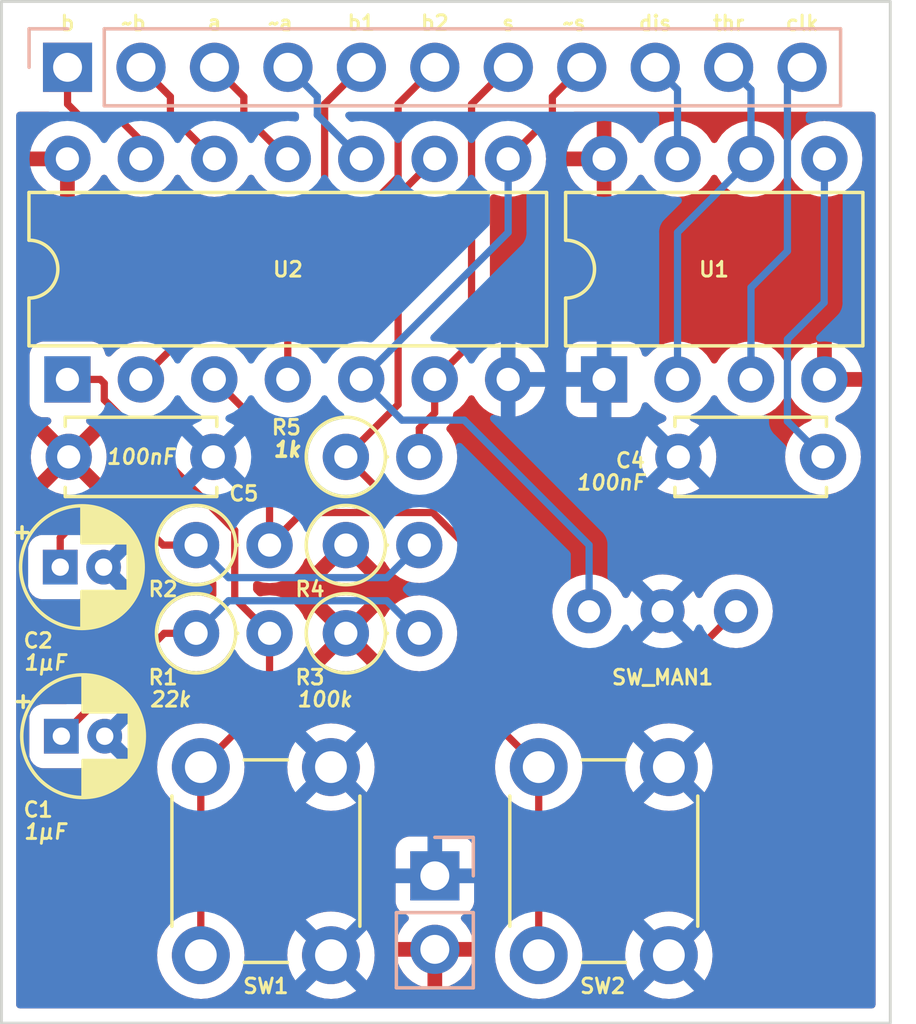
<source format=kicad_pcb>
(kicad_pcb (version 20211014) (generator pcbnew)
  (layers (0 "F.Cu" signal) (31 "B.Cu" signal) (34 "B.Paste" user) (35 "F.Paste" user) (36 "B.SilkS" user "B.Silkscreen") (37 "F.SilkS" user "F.Silkscreen") (38 "B.Mask" user) (39 "F.Mask" user) (44 "Edge.Cuts" user))
  (net 0 "")
  (net 1 "GND")
  (net 2 "VCC")
  (net 3 "/clk")
  (net 4 "/dis")
  (net 5 "Net-(C1-Pad1)")
  (net 6 "Net-(C2-Pad1)")
  (net 7 "Net-(R2-Pad2)")
  (net 8 "Net-(C4-Pad1)")
  (net 9 "Net-(R5-Pad1)")
  (net 10 "/b1")
  (net 11 "/b2")
  (net 12 "/sw")
  (net 13 "/~{sw}")
  (net 14 "Net-(R1-Pad2)")
  (net 15 "/thr")
  (net 16 "/~{a}")
  (net 17 "/a")
  (net 18 "/~{b}")
  (net 19 "/b")
  (footprint "Capacitor_THT:CP_Radial_D4.0mm_P1.50mm" (layer "F.Cu") (at 68.326 62.992)
    (fp_text reference "C2" (at -0.762 2.54) (layer "F.SilkS") (effects (font (size 0.508 0.508) (thickness 0.1016))))
    (fp_text value "1µF" (at -0.508 3.302) (layer "F.SilkS") (effects (font (size 0.508 0.508) (thickness 0.1016) italic)))
    (fp_line (start 0.75 0.84) (end 0.75 2.08) (layer "F.SilkS") (width 0.12))
    (fp_line (start 1.911 -1.735) (end 1.911 -0.84) (layer "F.SilkS") (width 0.12))
    (fp_line (start 2.391 -1.304) (end 2.391 1.304) (layer "F.SilkS") (width 0.12))
    (fp_line (start 0.99 0.84) (end 0.99 2.067) (layer "F.SilkS") (width 0.12))
    (fp_line (start 2.111 0.84) (end 2.111 1.587) (layer "F.SilkS") (width 0.12))
    (fp_line (start 1.07 -2.056) (end 1.07 -0.84) (layer "F.SilkS") (width 0.12))
    (fp_line (start 1.951 -1.708) (end 1.951 -0.84) (layer "F.SilkS") (width 0.12))
    (fp_line (start 1.35 0.84) (end 1.35 1.994) (layer "F.SilkS") (width 0.12))
    (fp_line (start 1.991 0.84) (end 1.991 1.68) (layer "F.SilkS") (width 0.12))
    (fp_line (start 0.95 0.84) (end 0.95 2.071) (layer "F.SilkS") (width 0.12))
    (fp_line (start 1.751 0.84) (end 1.751 1.83) (layer "F.SilkS") (width 0.12))
    (fp_line (start 1.991 -1.68) (end 1.991 -0.84) (layer "F.SilkS") (width 0.12))
    (fp_line (start 1.911 0.84) (end 1.911 1.735) (layer "F.SilkS") (width 0.12))
    (fp_line (start 0.75 -2.08) (end 0.75 -0.84) (layer "F.SilkS") (width 0.12))
    (fp_line (start 1.39 -1.982) (end 1.39 -0.84) (layer "F.SilkS") (width 0.12))
    (fp_line (start 2.791 -0.537) (end 2.791 0.537) (layer "F.SilkS") (width 0.12))
    (fp_line (start 0.87 0.84) (end 0.87 2.077) (layer "F.SilkS") (width 0.12))
    (fp_line (start 2.711 -0.768) (end 2.711 0.768) (layer "F.SilkS") (width 0.12))
    (fp_line (start 2.831 -0.37) (end 2.831 0.37) (layer "F.SilkS") (width 0.12))
    (fp_line (start 1.671 0.84) (end 1.671 1.87) (layer "F.SilkS") (width 0.12))
    (fp_line (start 2.231 -1.478) (end 2.231 -0.84) (layer "F.SilkS") (width 0.12))
    (fp_line (start 1.951 0.84) (end 1.951 1.708) (layer "F.SilkS") (width 0.12))
    (fp_line (start 0.83 0.84) (end 0.83 2.079) (layer "F.SilkS") (width 0.12))
    (fp_line (start 1.39 0.84) (end 1.39 1.982) (layer "F.SilkS") (width 0.12))
    (fp_line (start 2.431 -1.254) (end 2.431 1.254) (layer "F.SilkS") (width 0.12))
    (fp_line (start 2.071 0.84) (end 2.071 1.619) (layer "F.SilkS") (width 0.12))
    (fp_line (start 0.95 -2.071) (end 0.95 -0.84) (layer "F.SilkS") (width 0.12))
    (fp_line (start 1.43 0.84) (end 1.43 1.968) (layer "F.SilkS") (width 0.12))
    (fp_line (start 1.03 0.84) (end 1.03 2.062) (layer "F.SilkS") (width 0.12))
    (fp_line (start 2.351 -1.351) (end 2.351 1.351) (layer "F.SilkS") (width 0.12))
    (fp_line (start 1.19 0.84) (end 1.19 2.034) (layer "F.SilkS") (width 0.12))
    (fp_line (start 1.35 -1.994) (end 1.35 -0.84) (layer "F.SilkS") (width 0.12))
    (fp_line (start 1.03 -2.062) (end 1.03 -0.84) (layer "F.SilkS") (width 0.12))
    (fp_line (start 1.711 0.84) (end 1.711 1.851) (layer "F.SilkS") (width 0.12))
    (fp_line (start 2.471 -1.2) (end 2.471 1.2) (layer "F.SilkS") (width 0.12))
    (fp_line (start 2.551 -1.08) (end 2.551 1.08) (layer "F.SilkS") (width 0.12))
    (fp_line (start 2.751 -0.664) (end 2.751 0.664) (layer "F.SilkS") (width 0.12))
    (fp_line (start 1.43 -1.968) (end 1.43 -0.84) (layer "F.SilkS") (width 0.12))
    (fp_line (start 2.111 -1.587) (end 2.111 -0.84) (layer "F.SilkS") (width 0.12))
    (fp_line (start 2.591 -1.013) (end 2.591 1.013) (layer "F.SilkS") (width 0.12))
    (fp_line (start 2.311 -1.396) (end 2.311 -0.84) (layer "F.SilkS") (width 0.12))
    (fp_line (start 0.99 -2.067) (end 0.99 -0.84) (layer "F.SilkS") (width 0.12))
    (fp_line (start 2.231 0.84) (end 2.231 1.478) (layer "F.SilkS") (width 0.12))
    (fp_line (start 0.79 0.84) (end 0.79 2.08) (layer "F.SilkS") (width 0.12))
    (fp_line (start 2.271 -1.438) (end 2.271 -0.84) (layer "F.SilkS") (width 0.12))
    (fp_line (start 2.671 -0.859) (end 2.671 0.859) (layer "F.SilkS") (width 0.12))
    (fp_line (start 1.15 -2.042) (end 1.15 -0.84) (layer "F.SilkS") (width 0.12))
    (fp_line (start 1.751 -1.83) (end 1.751 -0.84) (layer "F.SilkS") (width 0.12))
    (fp_line (start 2.271 0.84) (end 2.271 1.438) (layer "F.SilkS") (width 0.12))
    (fp_line (start 1.471 -1.954) (end 1.471 -0.84) (layer "F.SilkS") (width 0.12))
    (fp_line (start 2.151 -1.552) (end 2.151 -0.84) (layer "F.SilkS") (width 0.12))
    (fp_line (start 2.151 0.84) (end 2.151 1.552) (layer "F.SilkS") (width 0.12))
    (fp_line (start 1.31 0.84) (end 1.31 2.005) (layer "F.SilkS") (width 0.12))
    (fp_line (start 2.191 -1.516) (end 2.191 -0.84) (layer "F.SilkS") (width 0.12))
    (fp_line (start 1.11 0.84) (end 1.11 2.05) (layer "F.SilkS") (width 0.12))
    (fp_line (start 1.791 0.84) (end 1.791 1.808) (layer "F.SilkS") (width 0.12))
    (fp_line (start 1.711 -1.851) (end 1.711 -0.84) (layer "F.SilkS") (width 0.12))
    (fp_line (start 0.79 -2.08) (end 0.79 -0.84) (layer "F.SilkS") (width 0.12))
    (fp_line (start 1.671 -1.87) (end 1.671 -0.84) (layer "F.SilkS") (width 0.12))
    (fp_line (start 0.83 -2.079) (end 0.83 -0.84) (layer "F.SilkS") (width 0.12))
    (fp_line (start 1.831 0.84) (end 1.831 1.785) (layer "F.SilkS") (width 0.12))
    (fp_line (start 1.07 0.84) (end 1.07 2.056) (layer "F.SilkS") (width 0.12))
    (fp_line (start -1.319801 -1.395) (end -1.319801 -0.995) (layer "F.SilkS") (width 0.12))
    (fp_line (start 2.511 -1.142) (end 2.511 1.142) (layer "F.SilkS") (width 0.12))
    (fp_line (start 1.23 0.84) (end 1.23 2.025) (layer "F.SilkS") (width 0.12))
    (fp_line (start 1.831 -1.785) (end 1.831 -0.84) (layer "F.SilkS") (width 0.12))
    (fp_line (start 2.311 0.84) (end 2.311 1.396) (layer "F.SilkS") (width 0.12))
    (fp_line (start 1.871 -1.76) (end 1.871 -0.84) (layer "F.SilkS") (width 0.12))
    (fp_line (start 1.31 -2.005) (end 1.31 -0.84) (layer "F.SilkS") (width 0.12))
    (fp_line (start 1.471 0.84) (end 1.471 1.954) (layer "F.SilkS") (width 0.12))
    (fp_line (start 0.91 0.84) (end 0.91 2.074) (layer "F.SilkS") (width 0.12))
    (fp_line (start 2.071 -1.619) (end 2.071 -0.84) (layer "F.SilkS") (width 0.12))
    (fp_line (start 1.551 0.84) (end 1.551 1.924) (layer "F.SilkS") (width 0.12))
    (fp_line (start 1.11 -2.05) (end 1.11 -0.84) (layer "F.SilkS") (width 0.12))
    (fp_line (start 1.23 -2.025) (end 1.23 -0.84) (layer "F.SilkS") (width 0.12))
    (fp_line (start 0.87 -2.077) (end 0.87 -0.84) (layer "F.SilkS") (width 0.12))
    (fp_line (start 1.591 0.84) (end 1.591 1.907) (layer "F.SilkS") (width 0.12))
    (fp_line (start 2.631 -0.94) (end 2.631 0.94) (layer "F.SilkS") (width 0.12))
    (fp_line (start 1.27 0.84) (end 1.27 2.016) (layer "F.SilkS") (width 0.12))
    (fp_line (start 1.871 0.84) (end 1.871 1.76) (layer "F.SilkS") (width 0.12))
    (fp_line (start 1.551 -1.924) (end 1.551 -0.84) (layer "F.SilkS") (width 0.12))
    (fp_line (start 2.031 0.84) (end 2.031 1.65) (layer "F.SilkS") (width 0.12))
    (fp_line (start -1.519801 -1.195) (end -1.119801 -1.195) (layer "F.SilkS") (width 0.12))
    (fp_line (start 1.591 -1.907) (end 1.591 -0.84) (layer "F.SilkS") (width 0.12))
    (fp_line (start 1.27 -2.016) (end 1.27 -0.84) (layer "F.SilkS") (width 0.12))
    (fp_line (start 1.19 -2.034) (end 1.19 -0.84) (layer "F.SilkS") (width 0.12))
    (fp_line (start 1.791 -1.808) (end 1.791 -0.84) (layer "F.SilkS") (width 0.12))
    (fp_line (start 2.031 -1.65) (end 2.031 -0.84) (layer "F.SilkS") (width 0.12))
    (fp_line (start 1.15 0.84) (end 1.15 2.042) (layer "F.SilkS") (width 0.12))
    (fp_line (start 1.511 -1.94) (end 1.511 -0.84) (layer "F.SilkS") (width 0.12))
    (fp_line (start 1.511 0.84) (end 1.511 1.94) (layer "F.SilkS") (width 0.12))
    (fp_line (start 0.91 -2.074) (end 0.91 -0.84) (layer "F.SilkS") (width 0.12))
    (fp_line (start 1.631 0.84) (end 1.631 1.889) (layer "F.SilkS") (width 0.12))
    (fp_line (start 2.191 0.84) (end 2.191 1.516) (layer "F.SilkS") (width 0.12))
    (fp_line (start 1.631 -1.889) (end 1.631 -0.84) (layer "F.SilkS") (width 0.12))
    (fp_circle (center 0.75 0) (end 2.87 0) (layer "F.SilkS") (width 0.12) (fill none))
    (pad "1" thru_hole rect (at 0 0) (size 1.2 1.2) (drill 0.6) (layers *.Cu *.Mask) (net 6 "Net-(C2-Pad1)"))
    (pad "2" thru_hole circle (at 1.5 0) (size 1.2 1.2) (drill 0.6) (layers *.Cu *.Mask) (net 1 "GND"))
  )
  (footprint "Capacitor_THT:C_Disc_D5.0mm_W2.5mm_P5.00mm" (layer "F.Cu") (at 68.62 59.182)
    (fp_text reference "C5" (at 6.056 1.27) (layer "F.SilkS") (effects (font (size 0.508 0.508) (thickness 0.1016))))
    (fp_text value "100nF" (at 2.5 0) (layer "F.SilkS") (effects (font (size 0.508 0.508) (thickness 0.1016) italic)))
    (fp_line (start -0.12 1.055) (end -0.12 1.37) (layer "F.SilkS") (width 0.12))
    (fp_line (start 5.12 -1.37) (end 5.12 -1.055) (layer "F.SilkS") (width 0.12))
    (fp_line (start -0.12 -1.37) (end -0.12 -1.055) (layer "F.SilkS") (width 0.12))
    (fp_line (start -0.12 -1.37) (end 5.12 -1.37) (layer "F.SilkS") (width 0.12))
    (fp_line (start 5.12 1.055) (end 5.12 1.37) (layer "F.SilkS") (width 0.12))
    (fp_line (start -0.12 1.37) (end 5.12 1.37) (layer "F.SilkS") (width 0.12))
    (pad "1" thru_hole circle (at 0 0) (size 1.6 1.6) (drill 0.8) (layers *.Cu *.Mask) (net 2 "VCC"))
    (pad "2" thru_hole circle (at 5 0) (size 1.6 1.6) (drill 0.8) (layers *.Cu *.Mask) (net 1 "GND"))
  )
  (footprint "Button_Switch_THT:SW_PUSH_6mm" (layer "F.Cu") (at 77.688 69.902 -90)
    (fp_text reference "SW1" (at 7.568 2.25) (layer "F.SilkS") (effects (font (size 0.508 0.508) (thickness 0.1016))))
    (fp_text value "SW_SPST")
    (fp_line (start -0.25 1.5) (end -0.25 3) (layer "F.SilkS") (width 0.12))
    (fp_line (start 1 5.5) (end 5.5 5.5) (layer "F.SilkS") (width 0.12))
    (fp_line (start 5.5 -1) (end 1 -1) (layer "F.SilkS") (width 0.12))
    (fp_line (start 6.75 3) (end 6.75 1.5) (layer "F.SilkS") (width 0.12))
    (pad "1" thru_hole circle (at 0 0) (size 2 2) (drill 1.1) (layers *.Cu *.Mask) (net 1 "GND"))
    (pad "1" thru_hole circle (at 6.5 0) (size 2 2) (drill 1.1) (layers *.Cu *.Mask) (net 1 "GND"))
    (pad "2" thru_hole circle (at 6.5 4.5) (size 2 2) (drill 1.1) (layers *.Cu *.Mask) (net 14 "Net-(R1-Pad2)"))
    (pad "2" thru_hole circle (at 0 4.5) (size 2 2) (drill 1.1) (layers *.Cu *.Mask) (net 14 "Net-(R1-Pad2)"))
  )
  (footprint "Capacitor_THT:CP_Radial_D4.0mm_P1.50mm" (layer "F.Cu") (at 68.365395 68.834)
    (fp_text reference "C1" (at -0.801395 2.54) (layer "F.SilkS") (effects (font (size 0.508 0.508) (thickness 0.1016))))
    (fp_text value "1µF" (at -0.547395 3.302) (layer "F.SilkS") (effects (font (size 0.508 0.508) (thickness 0.1016) italic)))
    (fp_line (start 2.631 -0.94) (end 2.631 0.94) (layer "F.SilkS") (width 0.12))
    (fp_line (start 0.75 0.84) (end 0.75 2.08) (layer "F.SilkS") (width 0.12))
    (fp_line (start 1.711 0.84) (end 1.711 1.851) (layer "F.SilkS") (width 0.12))
    (fp_line (start 1.871 -1.76) (end 1.871 -0.84) (layer "F.SilkS") (width 0.12))
    (fp_line (start 1.551 -1.924) (end 1.551 -0.84) (layer "F.SilkS") (width 0.12))
    (fp_line (start 1.551 0.84) (end 1.551 1.924) (layer "F.SilkS") (width 0.12))
    (fp_line (start 2.111 -1.587) (end 2.111 -0.84) (layer "F.SilkS") (width 0.12))
    (fp_line (start 1.471 0.84) (end 1.471 1.954) (layer "F.SilkS") (width 0.12))
    (fp_line (start 1.07 -2.056) (end 1.07 -0.84) (layer "F.SilkS") (width 0.12))
    (fp_line (start 1.751 -1.83) (end 1.751 -0.84) (layer "F.SilkS") (width 0.12))
    (fp_line (start 1.19 0.84) (end 1.19 2.034) (layer "F.SilkS") (width 0.12))
    (fp_line (start 1.23 -2.025) (end 1.23 -0.84) (layer "F.SilkS") (width 0.12))
    (fp_line (start 0.75 -2.08) (end 0.75 -0.84) (layer "F.SilkS") (width 0.12))
    (fp_line (start 1.911 0.84) (end 1.911 1.735) (layer "F.SilkS") (width 0.12))
    (fp_line (start 1.511 -1.94) (end 1.511 -0.84) (layer "F.SilkS") (width 0.12))
    (fp_line (start 2.511 -1.142) (end 2.511 1.142) (layer "F.SilkS") (width 0.12))
    (fp_line (start 1.07 0.84) (end 1.07 2.056) (layer "F.SilkS") (width 0.12))
    (fp_line (start 2.271 -1.438) (end 2.271 -0.84) (layer "F.SilkS") (width 0.12))
    (fp_line (start 1.871 0.84) (end 1.871 1.76) (layer "F.SilkS") (width 0.12))
    (fp_line (start 1.43 0.84) (end 1.43 1.968) (layer "F.SilkS") (width 0.12))
    (fp_line (start 2.831 -0.37) (end 2.831 0.37) (layer "F.SilkS") (width 0.12))
    (fp_line (start 1.27 0.84) (end 1.27 2.016) (layer "F.SilkS") (width 0.12))
    (fp_line (start 2.151 0.84) (end 2.151 1.552) (layer "F.SilkS") (width 0.12))
    (fp_line (start 0.79 -2.08) (end 0.79 -0.84) (layer "F.SilkS") (width 0.12))
    (fp_line (start 1.751 0.84) (end 1.751 1.83) (layer "F.SilkS") (width 0.12))
    (fp_line (start 1.991 0.84) (end 1.991 1.68) (layer "F.SilkS") (width 0.12))
    (fp_line (start 2.711 -0.768) (end 2.711 0.768) (layer "F.SilkS") (width 0.12))
    (fp_line (start 2.591 -1.013) (end 2.591 1.013) (layer "F.SilkS") (width 0.12))
    (fp_line (start 0.95 0.84) (end 0.95 2.071) (layer "F.SilkS") (width 0.12))
    (fp_line (start 1.831 -1.785) (end 1.831 -0.84) (layer "F.SilkS") (width 0.12))
    (fp_line (start 2.191 -1.516) (end 2.191 -0.84) (layer "F.SilkS") (width 0.12))
    (fp_line (start 2.271 0.84) (end 2.271 1.438) (layer "F.SilkS") (width 0.12))
    (fp_line (start 2.311 0.84) (end 2.311 1.396) (layer "F.SilkS") (width 0.12))
    (fp_line (start 1.711 -1.851) (end 1.711 -0.84) (layer "F.SilkS") (width 0.12))
    (fp_line (start 2.431 -1.254) (end 2.431 1.254) (layer "F.SilkS") (width 0.12))
    (fp_line (start 0.91 0.84) (end 0.91 2.074) (layer "F.SilkS") (width 0.12))
    (fp_line (start 0.91 -2.074) (end 0.91 -0.84) (layer "F.SilkS") (width 0.12))
    (fp_line (start 2.671 -0.859) (end 2.671 0.859) (layer "F.SilkS") (width 0.12))
    (fp_line (start 1.671 0.84) (end 1.671 1.87) (layer "F.SilkS") (width 0.12))
    (fp_line (start 1.951 0.84) (end 1.951 1.708) (layer "F.SilkS") (width 0.12))
    (fp_line (start 0.79 0.84) (end 0.79 2.08) (layer "F.SilkS") (width 0.12))
    (fp_line (start 1.39 0.84) (end 1.39 1.982) (layer "F.SilkS") (width 0.12))
    (fp_line (start 1.35 -1.994) (end 1.35 -0.84) (layer "F.SilkS") (width 0.12))
    (fp_line (start 0.99 -2.067) (end 0.99 -0.84) (layer "F.SilkS") (width 0.12))
    (fp_line (start 1.03 -2.062) (end 1.03 -0.84) (layer "F.SilkS") (width 0.12))
    (fp_line (start 2.751 -0.664) (end 2.751 0.664) (layer "F.SilkS") (width 0.12))
    (fp_line (start 2.191 0.84) (end 2.191 1.516) (layer "F.SilkS") (width 0.12))
    (fp_line (start 1.911 -1.735) (end 1.911 -0.84) (layer "F.SilkS") (width 0.12))
    (fp_line (start 0.87 -2.077) (end 0.87 -0.84) (layer "F.SilkS") (width 0.12))
    (fp_line (start 2.111 0.84) (end 2.111 1.587) (layer "F.SilkS") (width 0.12))
    (fp_line (start 2.551 -1.08) (end 2.551 1.08) (layer "F.SilkS") (width 0.12))
    (fp_line (start 1.991 -1.68) (end 1.991 -0.84) (layer "F.SilkS") (width 0.12))
    (fp_line (start 1.831 0.84) (end 1.831 1.785) (layer "F.SilkS") (width 0.12))
    (fp_line (start 1.11 -2.05) (end 1.11 -0.84) (layer "F.SilkS") (width 0.12))
    (fp_line (start 1.23 0.84) (end 1.23 2.025) (layer "F.SilkS") (width 0.12))
    (fp_line (start 1.31 -2.005) (end 1.31 -0.84) (layer "F.SilkS") (width 0.12))
    (fp_line (start 2.311 -1.396) (end 2.311 -0.84) (layer "F.SilkS") (width 0.12))
    (fp_line (start 1.471 -1.954) (end 1.471 -0.84) (layer "F.SilkS") (width 0.12))
    (fp_line (start 0.83 0.84) (end 0.83 2.079) (layer "F.SilkS") (width 0.12))
    (fp_line (start 2.031 0.84) (end 2.031 1.65) (layer "F.SilkS") (width 0.12))
    (fp_line (start 1.31 0.84) (end 1.31 2.005) (layer "F.SilkS") (width 0.12))
    (fp_line (start 1.791 -1.808) (end 1.791 -0.84) (layer "F.SilkS") (width 0.12))
    (fp_line (start 1.39 -1.982) (end 1.39 -0.84) (layer "F.SilkS") (width 0.12))
    (fp_line (start 1.35 0.84) (end 1.35 1.994) (layer "F.SilkS") (width 0.12))
    (fp_line (start 1.951 -1.708) (end 1.951 -0.84) (layer "F.SilkS") (width 0.12))
    (fp_line (start 1.15 -2.042) (end 1.15 -0.84) (layer "F.SilkS") (width 0.12))
    (fp_line (start 1.791 0.84) (end 1.791 1.808) (layer "F.SilkS") (width 0.12))
    (fp_line (start 2.231 -1.478) (end 2.231 -0.84) (layer "F.SilkS") (width 0.12))
    (fp_line (start 2.471 -1.2) (end 2.471 1.2) (layer "F.SilkS") (width 0.12))
    (fp_line (start 1.27 -2.016) (end 1.27 -0.84) (layer "F.SilkS") (width 0.12))
    (fp_line (start 1.11 0.84) (end 1.11 2.05) (layer "F.SilkS") (width 0.12))
    (fp_line (start 1.43 -1.968) (end 1.43 -0.84) (layer "F.SilkS") (width 0.12))
    (fp_line (start 2.391 -1.304) (end 2.391 1.304) (layer "F.SilkS") (width 0.12))
    (fp_line (start 2.071 0.84) (end 2.071 1.619) (layer "F.SilkS") (width 0.12))
    (fp_line (start -1.519801 -1.195) (end -1.119801 -1.195) (layer "F.SilkS") (width 0.12))
    (fp_line (start 0.95 -2.071) (end 0.95 -0.84) (layer "F.SilkS") (width 0.12))
    (fp_line (start 0.99 0.84) (end 0.99 2.067) (layer "F.SilkS") (width 0.12))
    (fp_line (start 2.031 -1.65) (end 2.031 -0.84) (layer "F.SilkS") (width 0.12))
    (fp_line (start 1.15 0.84) (end 1.15 2.042) (layer "F.SilkS") (width 0.12))
    (fp_line (start 0.87 0.84) (end 0.87 2.077) (layer "F.SilkS") (width 0.12))
    (fp_line (start -1.319801 -1.395) (end -1.319801 -0.995) (layer "F.SilkS") (width 0.12))
    (fp_line (start 2.231 0.84) (end 2.231 1.478) (layer "F.SilkS") (width 0.12))
    (fp_line (start 1.03 0.84) (end 1.03 2.062) (layer "F.SilkS") (width 0.12))
    (fp_line (start 1.631 0.84) (end 1.631 1.889) (layer "F.SilkS") (width 0.12))
    (fp_line (start 1.591 -1.907) (end 1.591 -0.84) (layer "F.SilkS") (width 0.12))
    (fp_line (start 2.071 -1.619) (end 2.071 -0.84) (layer "F.SilkS") (width 0.12))
    (fp_line (start 1.631 -1.889) (end 1.631 -0.84) (layer "F.SilkS") (width 0.12))
    (fp_line (start 2.791 -0.537) (end 2.791 0.537) (layer "F.SilkS") (width 0.12))
    (fp_line (start 0.83 -2.079) (end 0.83 -0.84) (layer "F.SilkS") (width 0.12))
    (fp_line (start 2.351 -1.351) (end 2.351 1.351) (layer "F.SilkS") (width 0.12))
    (fp_line (start 2.151 -1.552) (end 2.151 -0.84) (layer "F.SilkS") (width 0.12))
    (fp_line (start 1.19 -2.034) (end 1.19 -0.84) (layer "F.SilkS") (width 0.12))
    (fp_line (start 1.671 -1.87) (end 1.671 -0.84) (layer "F.SilkS") (width 0.12))
    (fp_line (start 1.511 0.84) (end 1.511 1.94) (layer "F.SilkS") (width 0.12))
    (fp_line (start 1.591 0.84) (end 1.591 1.907) (layer "F.SilkS") (width 0.12))
    (fp_circle (center 0.75 0) (end 2.87 0) (layer "F.SilkS") (width 0.12) (fill none))
    (pad "1" thru_hole rect (at 0 0) (size 1.2 1.2) (drill 0.6) (layers *.Cu *.Mask) (net 5 "Net-(C1-Pad1)"))
    (pad "2" thru_hole circle (at 1.5 0) (size 1.2 1.2) (drill 0.6) (layers *.Cu *.Mask) (net 1 "GND"))
  )
  (footprint "Resistor_THT:R_Axial_DIN0207_L6.3mm_D2.5mm_P2.54mm_Vertical" (layer "F.Cu") (at 78.202993 65.278)
    (fp_text reference "R3" (at -1.240993 1.524 180) (layer "F.SilkS") (effects (font (size 0.508 0.508) (thickness 0.1016))))
    (fp_text value "100k" (at -0.732993 2.286) (layer "F.SilkS") (effects (font (size 0.508 0.508) (thickness 0.1016) italic)))
    (fp_line (start 1.37 0) (end 1.44 0) (layer "F.SilkS") (width 0.12))
    (fp_circle (center 0 0) (end 1.37 0) (layer "F.SilkS") (width 0.12) (fill none))
    (pad "1" thru_hole circle (at 0 0) (size 1.6 1.6) (drill 0.8) (layers *.Cu *.Mask) (net 2 "VCC"))
    (pad "2" thru_hole oval (at 2.54 0) (size 1.6 1.6) (drill 0.8) (layers *.Cu *.Mask) (net 5 "Net-(C1-Pad1)"))
  )
  (footprint "Resistor_THT:R_Axial_DIN0207_L6.3mm_D2.5mm_P2.54mm_Vertical" (layer "F.Cu") (at 78.203 62.23)
    (fp_text reference "R4" (at -1.241 1.524) (layer "F.SilkS") (effects (font (size 0.508 0.508) (thickness 0.1016))))
    (fp_text value "100k")
    (fp_line (start 1.37 0) (end 1.44 0) (layer "F.SilkS") (width 0.12))
    (fp_circle (center 0 0) (end 1.37 0) (layer "F.SilkS") (width 0.12) (fill none))
    (pad "1" thru_hole circle (at 0 0) (size 1.6 1.6) (drill 0.8) (layers *.Cu *.Mask) (net 2 "VCC"))
    (pad "2" thru_hole oval (at 2.54 0) (size 1.6 1.6) (drill 0.8) (layers *.Cu *.Mask) (net 6 "Net-(C2-Pad1)"))
  )
  (footprint "Package_DIP:DIP-8_W7.62mm" (layer "F.Cu") (at 87.132 56.505 90)
    (fp_text reference "U1" (at 3.8 3.8 180) (layer "F.SilkS") (effects (font (size 0.508 0.508) (thickness 0.1016))))
    (fp_text value "TLC555xP")
    (fp_line (start 1.16 8.95) (end 6.46 8.95) (layer "F.SilkS") (width 0.12))
    (fp_line (start 6.46 8.95) (end 6.46 -1.33) (layer "F.SilkS") (width 0.12))
    (fp_line (start 6.46 -1.33) (end 4.81 -1.33) (layer "F.SilkS") (width 0.12))
    (fp_line (start 2.81 -1.33) (end 1.16 -1.33) (layer "F.SilkS") (width 0.12))
    (fp_line (start 1.16 -1.33) (end 1.16 8.95) (layer "F.SilkS") (width 0.12))
    (fp_arc (start 4.81 -1.33) (mid 3.81 -0.33) (end 2.81 -1.33) (layer "F.SilkS") (width 0.12))
    (pad "1" thru_hole rect (at 0 0 90) (size 1.6 1.6) (drill 0.8) (layers *.Cu *.Mask) (net 1 "GND"))
    (pad "2" thru_hole oval (at 0 2.54 90) (size 1.6 1.6) (drill 0.8) (layers *.Cu *.Mask) (net 15 "/thr"))
    (pad "3" thru_hole oval (at 0 5.08 90) (size 1.6 1.6) (drill 0.8) (layers *.Cu *.Mask) (net 3 "/clk"))
    (pad "4" thru_hole oval (at 0 7.62 90) (size 1.6 1.6) (drill 0.8) (layers *.Cu *.Mask) (net 2 "VCC"))
    (pad "5" thru_hole oval (at 7.62 7.62 90) (size 1.6 1.6) (drill 0.8) (layers *.Cu *.Mask) (net 8 "Net-(C4-Pad1)"))
    (pad "6" thru_hole oval (at 7.62 5.08 90) (size 1.6 1.6) (drill 0.8) (layers *.Cu *.Mask) (net 15 "/thr"))
    (pad "7" thru_hole oval (at 7.62 2.54 90) (size 1.6 1.6) (drill 0.8) (layers *.Cu *.Mask) (net 4 "/dis"))
    (pad "8" thru_hole oval (at 7.62 0 90) (size 1.6 1.6) (drill 0.8) (layers *.Cu *.Mask) (net 2 "VCC"))
  )
  (footprint "Package_DIP:DIP-14_W7.62mm" (layer "F.Cu") (at 68.575 56.505 90)
    (fp_text reference "U2" (at 3.8 7.625 180) (layer "F.SilkS") (effects (font (size 0.508 0.508) (thickness 0.1016))))
    (fp_text value "74LS14")
    (fp_line (start 6.46 16.57) (end 6.46 -1.33) (layer "F.SilkS") (width 0.12))
    (fp_line (start 2.81 -1.33) (end 1.16 -1.33) (layer "F.SilkS") (width 0.12))
    (fp_line (start 1.16 16.57) (end 6.46 16.57) (layer "F.SilkS") (width 0.12))
    (fp_line (start 6.46 -1.33) (end 4.81 -1.33) (layer "F.SilkS") (width 0.12))
    (fp_line (start 1.16 -1.33) (end 1.16 16.57) (layer "F.SilkS") (width 0.12))
    (fp_arc (start 4.81 -1.33) (mid 3.81 -0.33) (end 2.81 -1.33) (layer "F.SilkS") (width 0.12))
    (pad "1" thru_hole rect (at 0 0 90) (size 1.6 1.6) (drill 0.8) (layers *.Cu *.Mask) (net 14 "Net-(R1-Pad2)"))
    (pad "2" thru_hole oval (at 0 2.54 90) (size 1.6 1.6) (drill 0.8) (layers *.Cu *.Mask) (net 10 "/b1"))
    (pad "3" thru_hole oval (at 0 5.08 90) (size 1.6 1.6) (drill 0.8) (layers *.Cu *.Mask) (net 7 "Net-(R2-Pad2)"))
    (pad "4" thru_hole oval (at 0 7.62 90) (size 1.6 1.6) (drill 0.8) (layers *.Cu *.Mask) (net 11 "/b2"))
    (pad "5" thru_hole oval (at 0 10.16 90) (size 1.6 1.6) (drill 0.8) (layers *.Cu *.Mask) (net 13 "/~{sw}"))
    (pad "6" thru_hole oval (at 0 12.7 90) (size 1.6 1.6) (drill 0.8) (layers *.Cu *.Mask) (net 12 "/sw"))
    (pad "7" thru_hole oval (at 0 15.24 90) (size 1.6 1.6) (drill 0.8) (layers *.Cu *.Mask) (net 1 "GND"))
    (pad "8" thru_hole oval (at 7.62 15.24 90) (size 1.6 1.6) (drill 0.8) (layers *.Cu *.Mask) (net 13 "/~{sw}"))
    (pad "9" thru_hole oval (at 7.62 12.7 90) (size 1.6 1.6) (drill 0.8) (layers *.Cu *.Mask) (net 9 "Net-(R5-Pad1)"))
    (pad "10" thru_hole oval (at 7.62 10.16 90) (size 1.6 1.6) (drill 0.8) (layers *.Cu *.Mask) (net 16 "/~{a}"))
    (pad "11" thru_hole oval (at 7.62 7.62 90) (size 1.6 1.6) (drill 0.8) (layers *.Cu *.Mask) (net 17 "/a"))
    (pad "12" thru_hole oval (at 7.62 5.08 90) (size 1.6 1.6) (drill 0.8) (layers *.Cu *.Mask) (net 18 "/~{b}"))
    (pad "13" thru_hole oval (at 7.62 2.54 90) (size 1.6 1.6) (drill 0.8) (layers *.Cu *.Mask) (net 19 "/b"))
    (pad "14" thru_hole oval (at 7.62 0 90) (size 1.6 1.6) (drill 0.8) (layers *.Cu *.Mask) (net 2 "VCC"))
  )
  (footprint "Resistor_THT:R_Axial_DIN0207_L6.3mm_D2.5mm_P2.54mm_Vertical" (layer "F.Cu") (at 73.025 62.23)
    (fp_text reference "R2" (at -1.143 1.524) (layer "F.SilkS") (effects (font (size 0.508 0.508) (thickness 0.1016))))
    (fp_text value "22k")
    (fp_line (start 1.37 0) (end 1.44 0) (layer "F.SilkS") (width 0.12))
    (fp_circle (center 0 0) (end 1.37 0) (layer "F.SilkS") (width 0.12) (fill none))
    (pad "1" thru_hole circle (at 0 0) (size 1.6 1.6) (drill 0.8) (layers *.Cu *.Mask) (net 6 "Net-(C2-Pad1)"))
    (pad "2" thru_hole oval (at 2.54 0) (size 1.6 1.6) (drill 0.8) (layers *.Cu *.Mask) (net 7 "Net-(R2-Pad2)"))
  )
  (footprint "Resistor_THT:R_Axial_DIN0207_L6.3mm_D2.5mm_P2.54mm_Vertical" (layer "F.Cu") (at 78.203 59.182)
    (fp_text reference "R5" (at -1.495 -1.016) (layer "F.SilkS") (effects (font (size 0.508 0.508) (thickness 0.1016)) (justify right)))
    (fp_text value "1k" (at -1.495 -0.254) (layer "F.SilkS") (effects (font (size 0.508 0.508) (thickness 0.127) italic) (justify right)))
    (fp_line (start 1.37 0) (end 1.44 0) (layer "F.SilkS") (width 0.12))
    (fp_circle (center 0 0) (end 1.37 0) (layer "F.SilkS") (width 0.12) (fill none))
    (pad "1" thru_hole circle (at 0 0) (size 1.6 1.6) (drill 0.8) (layers *.Cu *.Mask) (net 9 "Net-(R5-Pad1)"))
    (pad "2" thru_hole oval (at 2.54 0) (size 1.6 1.6) (drill 0.8) (layers *.Cu *.Mask) (net 12 "/sw"))
  )
  (footprint "Capacitor_THT:C_Disc_D5.0mm_W2.5mm_P5.00mm" (layer "F.Cu") (at 94.702 59.182 180)
    (fp_text reference "C4" (at 6.096 -0.127) (layer "F.SilkS") (effects (font (size 0.508 0.508) (thickness 0.1016)) (justify right)))
    (fp_text value "100nF" (at 6.096 -0.889) (layer "F.SilkS") (effects (font (size 0.508 0.508) (thickness 0.1016) italic) (justify right)))
    (fp_line (start -0.12 1.37) (end 5.12 1.37) (layer "F.SilkS") (width 0.12))
    (fp_line (start -0.12 -1.37) (end 5.12 -1.37) (layer "F.SilkS") (width 0.12))
    (fp_line (start -0.12 -1.37) (end -0.12 -1.055) (layer "F.SilkS") (width 0.12))
    (fp_line (start -0.12 1.055) (end -0.12 1.37) (layer "F.SilkS") (width 0.12))
    (fp_line (start 5.12 -1.37) (end 5.12 -1.055) (layer "F.SilkS") (width 0.12))
    (fp_line (start 5.12 1.055) (end 5.12 1.37) (layer "F.SilkS") (width 0.12))
    (pad "1" thru_hole circle (at 0 0 180) (size 1.6 1.6) (drill 0.8) (layers *.Cu *.Mask) (net 8 "Net-(C4-Pad1)"))
    (pad "2" thru_hole circle (at 5 0 180) (size 1.6 1.6) (drill 0.8) (layers *.Cu *.Mask) (net 1 "GND"))
  )
  (footprint "Resistor_THT:R_Axial_DIN0207_L6.3mm_D2.5mm_P2.54mm_Vertical" (layer "F.Cu") (at 73.025 65.278)
    (fp_text reference "R1" (at -1.143 1.524) (layer "F.SilkS") (effects (font (size 0.508 0.508) (thickness 0.1016))))
    (fp_text value "22k" (at -0.889 2.286) (layer "F.SilkS") (effects (font (size 0.508 0.508) (thickness 0.1016) italic)))
    (fp_line (start 1.37 0) (end 1.44 0) (layer "F.SilkS") (width 0.12))
    (fp_circle (center 0 0) (end 1.37 0) (layer "F.SilkS") (width 0.12) (fill none))
    (pad "1" thru_hole circle (at 0 0) (size 1.6 1.6) (drill 0.8) (layers *.Cu *.Mask) (net 5 "Net-(C1-Pad1)"))
    (pad "2" thru_hole oval (at 2.54 0) (size 1.6 1.6) (drill 0.8) (layers *.Cu *.Mask) (net 14 "Net-(R1-Pad2)"))
  )
  (footprint "Button_Switch_THT:SW_PUSH_6mm" (layer "F.Cu") (at 89.372 69.902 -90)
    (fp_text reference "SW2" (at 7.568 2.286) (layer "F.SilkS") (effects (font (size 0.508 0.508) (thickness 0.1016))))
    (fp_text value "SW_SPST")
    (fp_line (start 6.75 3) (end 6.75 1.5) (layer "F.SilkS") (width 0.12))
    (fp_line (start -0.25 1.5) (end -0.25 3) (layer "F.SilkS") (width 0.12))
    (fp_line (start 5.5 -1) (end 1 -1) (layer "F.SilkS") (width 0.12))
    (fp_line (start 1 5.5) (end 5.5 5.5) (layer "F.SilkS") (width 0.12))
    (pad "1" thru_hole circle (at 0 0) (size 2 2) (drill 1.1) (layers *.Cu *.Mask) (net 1 "GND"))
    (pad "1" thru_hole circle (at 6.5 0) (size 2 2) (drill 1.1) (layers *.Cu *.Mask) (net 1 "GND"))
    (pad "2" thru_hole circle (at 0 4.5) (size 2 2) (drill 1.1) (layers *.Cu *.Mask) (net 7 "Net-(R2-Pad2)"))
    (pad "2" thru_hole circle (at 6.5 4.5) (size 2 2) (drill 1.1) (layers *.Cu *.Mask) (net 7 "Net-(R2-Pad2)"))
  )
  (footprint "Button_Switch_THT:Apem 25000N series" (layer "F.Cu") (at 89.154 64.516 180)
    (fp_text reference "SW_MAN1" (at 0 -2.286 unlocked) (layer "F.SilkS") (effects (font (size 0.508 0.508) (thickness 0.1016))))
    (fp_text value "SW_SPDT")
    (pad "1" thru_hole circle (at -2.54 0 180) (size 1.524 1.524) (drill 0.762) (layers *.Cu *.Mask) (net 9 "Net-(R5-Pad1)"))
    (pad "2" thru_hole circle (at 0 0 180) (size 1.524 1.524) (drill 0.762) (layers *.Cu *.Mask) (net 1 "GND"))
    (pad "3" thru_hole circle (at 2.54 0 180) (size 1.524 1.524) (drill 0.762) (layers *.Cu *.Mask) (net 13 "/~{sw}"))
  )
  (footprint "Connector_PinHeader_2.54mm:PinHeader_1x02_P2.54mm_Vertical" (layer "B.Cu") (at 81.28 73.66 180)
    (fp_text reference "J1" hide)
    (fp_text value "Conn_01x02" hide)
    (fp_line (start -1.33 0) (end -1.33 1.33) (layer "B.SilkS") (width 0.12))
    (fp_line (start -1.33 1.33) (end 0 1.33) (layer "B.SilkS") (width 0.12))
    (fp_line (start -1.33 -3.87) (end 1.33 -3.87) (layer "B.SilkS") (width 0.12))
    (fp_line (start 1.33 -1.27) (end 1.33 -3.87) (layer "B.SilkS") (width 0.12))
    (fp_line (start -1.33 -1.27) (end -1.33 -3.87) (layer "B.SilkS") (width 0.12))
    (fp_line (start -1.33 -1.27) (end 1.33 -1.27) (layer "B.SilkS") (width 0.12))
    (pad "1" thru_hole rect (at 0 0 180) (size 1.7 1.7) (drill 1) (layers *.Cu *.Mask) (net 1 "GND"))
    (pad "2" thru_hole oval (at 0 -2.54 180) (size 1.7 1.7) (drill 1) (layers *.Cu *.Mask) (net 2 "VCC"))
  )
  (footprint "Connector_PinHeader_2.54mm:PinHeader_1x11_P2.54mm_Vertical" (layer "B.Cu") (at 68.58 45.72 -90)
    (fp_text reference "J3" hide)
    (fp_text value "Conn_01x11" hide)
    (fp_line (start -1.33 0) (end -1.33 1.33) (layer "B.SilkS") (width 0.12))
    (fp_line (start -1.33 -1.27) (end -1.33 -26.73) (layer "B.SilkS") (width 0.12))
    (fp_line (start 1.33 -1.27) (end 1.33 -26.73) (layer "B.SilkS") (width 0.12))
    (fp_line (start -1.33 -1.27) (end 1.33 -1.27) (layer "B.SilkS") (width 0.12))
    (fp_line (start -1.33 1.33) (end 0 1.33) (layer "B.SilkS") (width 0.12))
    (fp_line (start -1.33 -26.73) (end 1.33 -26.73) (layer "B.SilkS") (width 0.12))
    (pad "1" thru_hole rect (at 0 0 270) (size 1.7 1.7) (drill 1) (layers *.Cu *.Mask) (net 19 "/b"))
    (pad "2" thru_hole oval (at 0 -2.54 270) (size 1.7 1.7) (drill 1) (layers *.Cu *.Mask) (net 18 "/~{b}"))
    (pad "3" thru_hole oval (at 0 -5.08 270) (size 1.7 1.7) (drill 1) (layers *.Cu *.Mask) (net 17 "/a"))
    (pad "4" thru_hole oval (at 0 -7.62 270) (size 1.7 1.7) (drill 1) (layers *.Cu *.Mask) (net 16 "/~{a}"))
    (pad "5" thru_hole oval (at 0 -10.16 270) (size 1.7 1.7) (drill 1) (layers *.Cu *.Mask) (net 10 "/b1"))
    (pad "6" thru_hole oval (at 0 -12.7 270) (size 1.7 1.7) (drill 1) (layers *.Cu *.Mask) (net 11 "/b2"))
    (pad "7" thru_hole oval (at 0 -15.24 270) (size 1.7 1.7) (drill 1) (layers *.Cu *.Mask) (net 12 "/sw"))
    (pad "8" thru_hole oval (at 0 -17.78 270) (size 1.7 1.7) (drill 1) (layers *.Cu *.Mask) (net 13 "/~{sw}"))
    (pad "9" thru_hole oval (at 0 -20.32 270) (size 1.7 1.7) (drill 1) (layers *.Cu *.Mask) (net 4 "/dis"))
    (pad "10" thru_hole oval (at 0 -22.86 270) (size 1.7 1.7) (drill 1) (layers *.Cu *.Mask) (net 15 "/thr"))
    (pad "11" thru_hole oval (at 0 -25.4 270) (size 1.7 1.7) (drill 1) (layers *.Cu *.Mask) (net 3 "/clk"))
  )
  (gr_rect (start 66.294 43.444) (end 97.028 78.75) (layer "Edge.Cuts") (width 0.1) (fill none))
  (gr_text "~s" (at 86.106 44.196) (layer "F.SilkS") (effects (font (size 0.508 0.508) (thickness 0.1016))))
  (gr_text "clk" (at 93.98 44.196) (layer "F.SilkS") (effects (font (size 0.508 0.508) (thickness 0.1016))))
  (gr_text "b" (at 68.58 44.196) (layer "F.SilkS") (effects (font (size 0.508 0.508) (thickness 0.1016))))
  (gr_text "b2" (at 81.28 44.184011) (layer "F.SilkS") (effects (font (size 0.508 0.508) (thickness 0.1016))))
  (gr_text "thr" (at 91.44 44.196) (layer "F.SilkS") (effects (font (size 0.508 0.508) (thickness 0.1016))))
  (gr_text "b1" (at 78.74 44.184011) (layer "F.SilkS") (effects (font (size 0.508 0.508) (thickness 0.1016))))
  (gr_text "a" (at 73.66 44.184011) (layer "F.SilkS") (effects (font (size 0.508 0.508) (thickness 0.1016))))
  (gr_text "s" (at 83.82 44.196) (layer "F.SilkS") (effects (font (size 0.508 0.508) (thickness 0.1016))))
  (gr_text "~b" (at 70.866 44.196) (layer "F.SilkS") (effects (font (size 0.508 0.508) (thickness 0.1016))))
  (gr_text "~a" (at 75.946 44.196) (layer "F.SilkS") (effects (font (size 0.508 0.508) (thickness 0.1016))))
  (gr_text "dis" (at 88.9 44.196) (layer "F.SilkS") (effects (font (size 0.508 0.508) (thickness 0.1016))))
  (segment (start 92.212 53.33) (end 92.212 56.505) (width 0.25) (layer "B.Cu") (net 3))
  (segment (start 93.98 45.72) (end 93.472 46.228) (width 0.25) (layer "B.Cu") (net 3))
  (segment (start 93.472 46.228) (end 93.472 52.07) (width 0.25) (layer "B.Cu") (net 3))
  (segment (start 93.472 52.07) (end 92.212 53.33) (width 0.25) (layer "B.Cu") (net 3))
  (segment (start 89.672 46.492) (end 88.9 45.72) (width 0.25) (layer "B.Cu") (net 4))
  (segment (start 89.672 48.885) (end 89.672 46.492) (width 0.25) (layer "B.Cu") (net 4))
  (segment (start 73.025 65.278) (end 71.921401 65.278) (width 0.25) (layer "F.Cu") (net 5))
  (segment (start 71.921401 65.278) (end 68.365401 68.834) (width 0.25) (layer "F.Cu") (net 5))
  (segment (start 74.149511 64.153489) (end 79.618489 64.153489) (width 0.25) (layer "B.Cu") (net 5))
  (segment (start 73.025 65.278) (end 74.149511 64.153489) (width 0.25) (layer "B.Cu") (net 5))
  (segment (start 79.618489 64.153489) (end 80.743 65.278) (width 0.25) (layer "B.Cu") (net 5))
  (segment (start 69.088 61.214) (end 70.866 61.214) (width 0.25) (layer "F.Cu") (net 6))
  (segment (start 68.326 61.976) (end 69.088 61.214) (width 0.25) (layer "F.Cu") (net 6))
  (segment (start 68.326 62.992) (end 68.326 61.976) (width 0.25) (layer "F.Cu") (net 6))
  (segment (start 70.866 61.214) (end 71.882 62.23) (width 0.25) (layer "F.Cu") (net 6))
  (segment (start 71.882 62.23) (end 73.025 62.23) (width 0.25) (layer "F.Cu") (net 6))
  (segment (start 74.149511 63.354511) (end 73.025 62.23) (width 0.25) (layer "B.Cu") (net 6))
  (segment (start 79.618489 63.354511) (end 74.149511 63.354511) (width 0.25) (layer "B.Cu") (net 6))
  (segment (start 80.743 62.23) (end 79.618489 63.354511) (width 0.25) (layer "B.Cu") (net 6))
  (segment (start 81.208789 61.105489) (end 76.689511 61.105489) (width 0.25) (layer "F.Cu") (net 7))
  (segment (start 76.689511 61.105489) (end 75.565 62.23) (width 0.25) (layer "F.Cu") (net 7))
  (segment (start 83.384 68.414) (end 84.872 69.902) (width 0.25) (layer "F.Cu") (net 7))
  (segment (start 75.565 58.415) (end 75.565 62.23) (width 0.25) (layer "F.Cu") (net 7))
  (segment (start 81.208789 61.105489) (end 83.384 63.2807) (width 0.25) (layer "F.Cu") (net 7))
  (segment (start 73.655 56.505) (end 75.565 58.415) (width 0.25) (layer "F.Cu") (net 7))
  (segment (start 83.384 63.2807) (end 83.384 68.414) (width 0.25) (layer "F.Cu") (net 7))
  (segment (start 84.872 69.902) (end 84.872 76.402) (width 0.25) (layer "F.Cu") (net 7))
  (segment (start 93.472 57.952) (end 94.702 59.182) (width 0.25) (layer "B.Cu") (net 8))
  (segment (start 93.472 55.118) (end 93.472 57.952) (width 0.25) (layer "B.Cu") (net 8))
  (segment (start 94.742 53.848) (end 93.472 55.118) (width 0.25) (layer "B.Cu") (net 8))
  (segment (start 94.752 48.885) (end 94.742 53.848) (width 0.25) (layer "B.Cu") (net 8))
  (segment (start 78.203 59.182) (end 79.676969 60.655969) (width 0.25) (layer "F.Cu") (net 9))
  (segment (start 80.01 57.375) (end 78.203 59.182) (width 0.25) (layer "F.Cu") (net 9))
  (segment (start 85.10352 66.04) (end 90.17 66.04) (width 0.25) (layer "F.Cu") (net 9))
  (segment (start 83.83352 64.77) (end 85.10352 66.04) (width 0.25) (layer "F.Cu") (net 9))
  (segment (start 80.01 50.15) (end 80.01 57.375) (width 0.25) (layer "F.Cu") (net 9))
  (segment (start 79.676969 60.655969) (end 81.394987 60.655969) (width 0.25) (layer "F.Cu") (net 9))
  (segment (start 81.394987 60.655969) (end 83.83352 63.094503) (width 0.25) (layer "F.Cu") (net 9))
  (segment (start 90.17 66.04) (end 91.694 64.516) (width 0.25) (layer "F.Cu") (net 9))
  (segment (start 83.83352 63.094503) (end 83.83352 64.77) (width 0.25) (layer "F.Cu") (net 9))
  (segment (start 81.275 48.885) (end 80.01 50.15) (width 0.25) (layer "F.Cu") (net 9))
  (segment (start 77.47 46.99) (end 78.74 45.72) (width 0.25) (layer "F.Cu") (net 10))
  (segment (start 77.47 50.15) (end 77.47 46.99) (width 0.25) (layer "F.Cu") (net 10))
  (segment (start 71.115 56.505) (end 77.47 50.15) (width 0.25) (layer "F.Cu") (net 10))
  (segment (start 76.195 56.505) (end 76.195 53.329282) (width 0.25) (layer "F.Cu") (net 11))
  (segment (start 80.01 46.99) (end 81.28 45.72) (width 0.25) (layer "F.Cu") (net 11))
  (segment (start 76.195 53.329282) (end 80.01 49.514282) (width 0.25) (layer "F.Cu") (net 11))
  (segment (start 80.01 49.514282) (end 80.01 46.99) (width 0.25) (layer "F.Cu") (net 11))
  (segment (start 81.275 57.663) (end 81.275 56.505) (width 0.25) (layer "F.Cu") (net 12))
  (segment (start 83.82 45.72) (end 82.55 46.99) (width 0.25) (layer "F.Cu") (net 12))
  (segment (start 80.743 58.195) (end 81.275 57.663) (width 0.25) (layer "F.Cu") (net 12))
  (segment (start 82.55 55.23) (end 81.275 56.505) (width 0.25) (layer "F.Cu") (net 12))
  (segment (start 82.55 46.99) (end 82.55 55.23) (width 0.25) (layer "F.Cu") (net 12))
  (segment (start 80.743 59.182) (end 80.743 58.195) (width 0.25) (layer "F.Cu") (net 12))
  (segment (start 85.344 46.736) (end 85.344 47.356) (width 0.25) (layer "F.Cu") (net 13))
  (segment (start 86.36 45.72) (end 85.344 46.736) (width 0.25) (layer "F.Cu") (net 13))
  (segment (start 85.344 47.356) (end 83.815 48.885) (width 0.25) (layer "F.Cu") (net 13))
  (segment (start 78.735 56.505) (end 80.142 57.912) (width 0.25) (layer "B.Cu") (net 13))
  (segment (start 83.815 48.885) (end 83.815 51.425) (width 0.25) (layer "B.Cu") (net 13))
  (segment (start 86.614 62.23) (end 86.614 64.516) (width 0.25) (layer "B.Cu") (net 13))
  (segment (start 80.142 57.912) (end 82.296 57.912) (width 0.25) (layer "B.Cu") (net 13))
  (segment (start 83.815 51.425) (end 78.735 56.505) (width 0.25) (layer "B.Cu") (net 13))
  (segment (start 82.296 57.912) (end 86.614 62.23) (width 0.25) (layer "B.Cu") (net 13))
  (segment (start 74.3607 61.722) (end 74.3607 64.0737) (width 0.25) (layer "F.Cu") (net 14))
  (segment (start 75.565 67.525) (end 73.188 69.902) (width 0.25) (layer "F.Cu") (net 14))
  (segment (start 68.575 56.505) (end 69.713 56.505) (width 0.25) (layer "F.Cu") (net 14))
  (segment (start 74.3607 64.0737) (end 75.565 65.278) (width 0.25) (layer "F.Cu") (net 14))
  (segment (start 73.188 76.402) (end 73.188 69.902) (width 0.25) (layer "F.Cu") (net 14))
  (segment (start 69.713 56.505) (end 69.85 56.642) (width 0.25) (layer "F.Cu") (net 14))
  (segment (start 75.565 65.278) (end 75.565 67.525) (width 0.25) (layer "F.Cu") (net 14))
  (segment (start 69.85 56.642) (end 69.85 57.2113) (width 0.25) (layer "F.Cu") (net 14))
  (segment (start 69.85 57.2113) (end 74.3607 61.722) (width 0.25) (layer "F.Cu") (net 14))
  (segment (start 92.212 46.492) (end 91.44 45.72) (width 0.25) (layer "B.Cu") (net 15))
  (segment (start 92.212 48.885) (end 92.212 46.492) (width 0.25) (layer "B.Cu") (net 15))
  (segment (start 89.672 51.425) (end 92.212 48.885) (width 0.25) (layer "B.Cu") (net 15))
  (segment (start 89.672 56.505) (end 89.672 51.425) (width 0.25) (layer "B.Cu") (net 15))
  (segment (start 77.216 46.736) (end 77.216 47.366) (width 0.25) (layer "B.Cu") (net 16))
  (segment (start 77.216 47.366) (end 78.735 48.885) (width 0.25) (layer "B.Cu") (net 16))
  (segment (start 76.2 45.72) (end 77.216 46.736) (width 0.25) (layer "B.Cu") (net 16))
  (segment (start 74.676 46.736) (end 74.676 47.366) (width 0.25) (layer "F.Cu") (net 17))
  (segment (start 74.676 47.366) (end 76.195 48.885) (width 0.25) (layer "F.Cu") (net 17))
  (segment (start 73.66 45.72) (end 74.676 46.736) (width 0.25) (layer "F.Cu") (net 17))
  (segment (start 71.12 45.72) (end 72.136 46.736) (width 0.25) (layer "F.Cu") (net 18))
  (segment (start 72.136 46.736) (end 72.136 47.366) (width 0.25) (layer "F.Cu") (net 18))
  (segment (start 72.136 47.366) (end 73.655 48.885) (width 0.25) (layer "F.Cu") (net 18))
  (segment (start 68.58 45.72) (end 68.58 46.99) (width 0.25) (layer "F.Cu") (net 19))
  (segment (start 69.088 47.498) (end 70.358 47.498) (width 0.25) (layer "F.Cu") (net 19))
  (segment (start 71.115 48.255) (end 71.115 48.885) (width 0.25) (layer "F.Cu") (net 19))
  (segment (start 68.58 46.99) (end 69.088 47.498) (width 0.25) (layer "F.Cu") (net 19))
  (segment (start 70.358 47.498) (end 71.115 48.255) (width 0.25) (layer "F.Cu") (net 19))
  (zone (net 2) (net_name "VCC") (layer "F.Cu") (connect_pads (clearance 0.508)) (min_thickness 0.254) (fill yes (thermal_gap 0.508) (thermal_bridge_width 0.508))
    (polygon (pts (xy 97.028 78.75) (xy 66.294 78.75) (xy 66.294 47.254) (xy 97.028 47.254)))
  )
  (zone (net 1) (net_name "GND") (layer "B.Cu") (connect_pads (clearance 0.508)) (min_thickness 0.254) (fill yes (thermal_gap 0.508) (thermal_bridge_width 0.508))
    (polygon (pts (xy 97.028 78.75) (xy 66.294 78.75) (xy 66.294 47.254) (xy 97.028 47.254)))
  )
)
</source>
